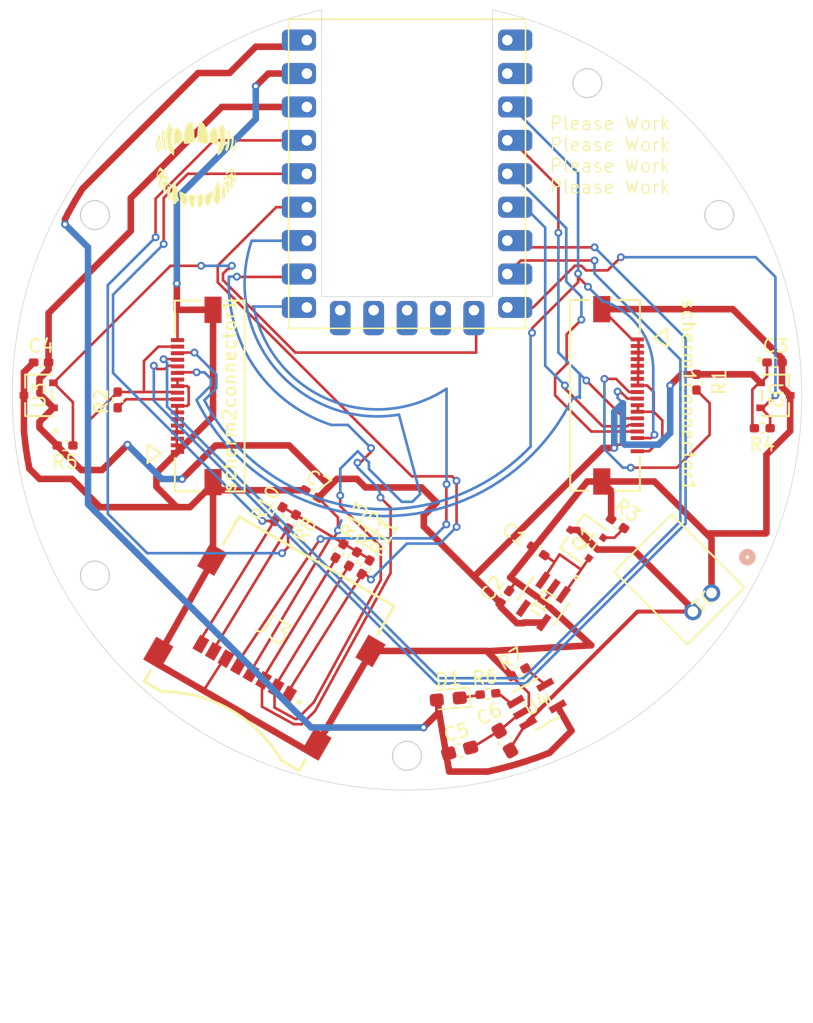
<source format=kicad_pcb>
(kicad_pcb (version 20240108) (generator "pcbnew") (generator_version "8.0")
  (layers (0 "F.Cu" signal) (31 "B.Cu" signal) (34 "B.Paste" user) (35 "F.Paste" user) (36 "B.SilkS" user "B.Silkscreen") (37 "F.SilkS" user "F.Silkscreen") (38 "B.Mask" user) (39 "F.Mask" user) (44 "Edge.Cuts" user))
  (net 0 "")
  (net 1 "GND")
  (net 2 "Net-(Q1-D)")
  (net 3 "+3.3V")
  (net 4 "+5V")
  (net 5 "Net-(Q1-S)")
  (net 6 "Net-(D1-K)")
  (net 7 "Net-(Q1-G)")
  (net 8 "Net-(R1-Pad1)")
  (net 9 "Net-(R2-Pad1)")
  (net 10 "Net-(RZ1-GP2)")
  (net 11 "Net-(U4-STAT)")
  (net 12 "Net-(U4-PROG)")
  (net 13 "Net-(J3-DAT0)")
  (net 14 "Net-(J3-DAT1)")
  (net 15 "Net-(J3-DAT2)")
  (net 16 "Net-(J3-CD{slash}DAT3)")
  (net 17 "Net-(J3-CMD)")
  (net 18 "Net-(RZ1-GP8)")
  (net 19 "Net-(J3-CLK)")
  (net 20 "Net-(RZ1-GP5)")
  (net 21 "Net-(RZ1-GP9)")
  (net 22 "Net-(RZ1-GP7)")
  (net 25 "Net-(RZ1-GP6)")
  (net 26 "Net-(RZ1-GP3)")
  (net 31 "Net-(RZ1-GP4)")
  (footprint "Capacitor_SMD:C_0402_1005Metric_Pad0.74x0.62mm_HandSolder" (layer "F.Cu") (at -7.25 7.5 -30)
    (property "Reference" "C7")
    (property "Value" "100nF")
  )
  (footprint "Capacitor_SMD:C_0603_1608Metric_Pad1.08x0.95mm_HandSolder" (layer "F.Cu") (at 7.43125 26.246947 120)
    (property "Reference" "C6")
    (property "Value" "4,7 μF")
  )
  (footprint "Resistor_SMD:R_0402_1005Metric_Pad0.72x0.64mm_HandSolder" (layer "F.Cu") (at -5.138002 11.825399 -120)
    (property "Reference" "R13")
    (property "Value" "10k")
  )
  (footprint "LED_SMD:LED_0603_1608Metric_Pad1.05x0.95mm_HandSolder" (layer "F.Cu") (at 3.12833 23.076261 -175)
    (property "Reference" "D1")
    (property "Value" "LED")
  )
  (footprint "ffc molex:CON_5051101892_MOL" (layer "F.Cu") (at -14.999999 0.049992 90)
    (property "Reference" "scherm2connector1")
    (property "Value" "5051101892")
  )
  (footprint "Resistor_SMD:R_0402_1005Metric_Pad0.72x0.64mm_HandSolder" (layer "F.Cu") (at 27 2.5 180)
    (property "Reference" "R4")
    (property "Value" "4,7k")
  )
  (footprint "micro sd card reader:GCT_MEM2067-02-180-00-A_REVB" (layer "F.Cu") (at -10.48506 18.880876 -30)
    (property "Reference" "J3")
    (property "Value" "MEM2067-02-180-00-A_REVB")
  )
  (footprint "RP2040-Zero-Kicad-main:RP2040-Zero" (layer "F.Cu") (at 0 -17.59)
    (property "Reference" "RZ1")
    (property "Value" "RP2040-Zero" (hide yes))
  )
  (footprint "Capacitor_SMD:C_0603_1608Metric_Pad1.08x0.95mm_HandSolder" (layer "F.Cu") (at 4 27 15)
    (property "Reference" "C5")
    (property "Value" "4,7 μF")
  )
  (footprint "Capacitor_SMD:C_0402_1005Metric_Pad0.74x0.62mm_HandSolder" (layer "F.Cu") (at 27.9325 -2.5 180)
    (property "Reference" "C3")
    (property "Value" "0.47 µF")
  )
  (footprint "Resistor_SMD:R_0402_1005Metric_Pad0.72x0.64mm_HandSolder" (layer "F.Cu") (at -4.114734 12.441026 -120)
    (property "Reference" "R12")
    (property "Value" "10k")
  )
  (footprint "mosfet:SOT-23F_TOS" (layer "F.Cu") (at 13.390707 10.914429 55)
    (property "Reference" "Q1")
    (property "Value" "PMOS (SSM3J372R)")
  )
  (footprint "Resistor_SMD:R_0402_1005Metric_Pad0.72x0.64mm_HandSolder" (layer "F.Cu") (at -3.149266 13.068482 -120)
    (property "Reference" "R11")
    (property "Value" "10k")
  )
  (footprint "hall sensor:SOT-23F_TOS" (layer "F.Cu") (at 28 0 -90)
    (property "Reference" "U2")
    (property "Value" "TCS40DLR")
  )
  (footprint "hall sensor:SOT-23F_TOS" (layer "F.Cu") (at -28 0 90)
    (property "Reference" "U3")
    (property "Value" "TCS40DLR")
  )
  (footprint "battery manager:SOT-23-5_MC_MCH" (layer "F.Cu") (at 9.853151 23.470425 30)
    (property "Reference" "U4")
    (property "Value" "MCP73831T-2ACI/OT")
  )
  (footprint "Resistor_SMD:R_0402_1005Metric_Pad0.72x0.64mm_HandSolder" (layer "F.Cu") (at -22 0.3475 90)
    (property "Reference" "R2")
    (property "Value" "10")
  )
  (footprint "Resistor_SMD:R_0402_1005Metric_Pad0.72x0.64mm_HandSolder" (layer "F.Cu") (at -8.748676 9.601407 -120)
    (property "Reference" "R8")
    (property "Value" "10k")
  )
  (footprint "Resistor_SMD:R_0402_1005Metric_Pad0.72x0.64mm_HandSolder" (layer "F.Cu") (at 22 -1 90)
    (property "Reference" "R1")
    (property "Value" "10")
  )
  (footprint "Capacitor_SMD:C_0402_1005Metric_Pad0.74x0.62mm_HandSolder" (layer "F.Cu") (at 7.433278 15.339833 55)
    (property "Reference" "C2")
    (property "Value" "1 μF")
  )
  (footprint "Capacitor_SMD:C_0402_1005Metric_Pad0.74x0.62mm_HandSolder" (layer "F.Cu") (at -27.8175 -2.5)
    (property "Reference" "C4")
    (property "Value" "0.47 µF")
  )
  (footprint "Resistor_SMD:R_0402_1005Metric_Pad0.72x0.64mm_HandSolder" (layer "F.Cu") (at -25.9975 3.81 180)
    (property "Reference" "R5")
    (property "Value" "4,7k")
  )
  (footprint "Resistor_SMD:R_0402_1005Metric_Pad0.72x0.64mm_HandSolder" (layer "F.Cu") (at 16 9.75 145)
    (property "Reference" "R3")
    (property "Value" "10k")
  )
  (footprint "Resistor_SMD:R_0402_1005Metric_Pad0.72x0.64mm_HandSolder" (layer "F.Cu") (at 8.48255 21.04875 30)
    (property "Reference" "R7")
    (property "Value" "2.8k")
  )
  (footprint "battery manager:SOT-23-5_MC_MCH" (layer "F.Cu") (at 10.356023 15.667977 -125)
    (property "Reference" "U1")
    (property "Value" "MIC5504-3.3YM5-TR")
  )
  (footprint "Capacitor_SMD:C_0402_1005Metric_Pad0.74x0.62mm_HandSolder" (layer "F.Cu") (at 9.964869 11.825505 145)
    (property "Reference" "C1")
    (property "Value" "1 μF")
  )
  (footprint "ffc molex:CON_5051101892_MOL" (layer "F.Cu") (at 15.05 0 -90)
    (property "Reference" "scherm1connector1")
    (property "Value" "5051101892")
  )
  (footprint "battery connector:CONN_S2B-PH-K-S_JST" (layer "F.Cu") (at 23.141592 15.023396 -135)
    (property "Reference" "J1")
    (property "Value" "S2B-PH-K-SLFSN")
  )
  (footprint "andotrope:teeth" (layer "F.Cu") (at -16 -17.5)
    (property "Reference" "G***" (hide yes))
    (property "Value" "LOGO" (hide yes))
  )
  (footprint "Resistor_SMD:R_0402_1005Metric_Pad0.72x0.64mm_HandSolder" (layer "F.Cu") (at -9.769445 9.027422 -120)
    (property "Reference" "R10")
    (property "Value" "10k")
  )
  (footprint "Resistor_SMD:R_0402_1005Metric_Pad0.72x0.64mm_HandSolder" (layer "F.Cu") (at 6.154774 22.697924 5)
    (property "Reference" "R6")
    (property "Value" "100")
  )
  (gr_line (start 7.75 27) (end 9 25) (stroke (width 0.2)) (layer "F.Cu") (net 5))
  (gr_line (start 10.356023 15.667977) (end 7.831336 13.846744) (stroke (width 0.5)) (layer "F.Cu") (net 1))
  (gr_line (start 5 26.75) (end 7 25.5) (stroke (width 0.2)) (layer "F.Cu") (net 1))
  (gr_line (start 5.25 -3.25) (end 5.25 -5.75) (stroke (width 0.2)) (layer "F.Cu") (net 21))
  (gr_line (start 12.5 25.5) (end 11.5 23.75) (stroke (width 0.5)) (layer "F.Cu") (net 4))
  (gr_line (start 5.75 22.75) (end 4 23) (stroke (width 0.2)) (layer "F.Cu") (net 6))
  (gr_line (start 7.758782 14.874964) (end 8.255236 14.164047) (stroke (width 0.2)) (layer "F.Cu") (net 1))
  (gr_line (start -13.791628 19.824408) (end -15.5 22.5) (stroke (width 0.2)) (layer "F.Cu") (net 1))
  (gr_line (start -5.25 10.25) (end -5.5 10.75) (stroke (width 0.2)) (layer "F.Cu") (net 3))
  (gr_line (start 17.6 -4.2) (end 17.55 -0.750001) (stroke (width 0.2)) (layer "F.Cu") (net 1))
  (gr_line (start 10.356023 15.667977) (end 13.999974 19.000029) (stroke (width 0.5)) (layer "F.Cu") (net 1))
  (gr_line (start 9 20.75) (end 10.5 22) (stroke (width 0.2)) (layer "F.Cu") (net 12))
  (gr_line (start -9.314387 8.579217) (end -2.691791 12.549888) (stroke (width 0.2)) (layer "F.Cu") (net 3))
  (gr_line (start -3.434818 13.613674) (end -9.18299 22.77115) (stroke (width 0.2)) (layer "F.Cu") (net 15))
  (gr_line (start 14 19) (end 6.045901 19.455081) (stroke (width 0.5)) (layer "F.Cu") (net 1))
  (gr_line (start 8 23.5) (end 6.75 22.5) (stroke (width 0.2)) (layer "F.Cu") (net 11))
  (gr_line (start -5.75618 10.717042) (end -11.925603 21.056458) (stroke (width 0.2)) (layer "F.Cu") (net 3))
  (gr_line (start 2.25 23) (end 3.2 28.6) (stroke (width 0.5)) (layer "F.Cu") (net 4))
  (gr_line (start 10.25 12) (end 11.197609 12.67343) (stroke (width 0.2)) (layer "F.Cu") (net 2))
  (gr_line (start 7 25.5) (end 8.5 24.25) (stroke (width 0.2)) (layer "F.Cu") (net 1))
  (gr_line (start 11.923908 15.109069) (end 13.854429 12.356381) (stroke (width 0.2)) (layer "F.Cu") (net 2))
  (gr_line (start -7 24) (end -1.25 13.5) (stroke (width 0.2)) (layer "F.Cu") (net 17))
  (gr_line (start 11.046231 14.803011) (end 10.356023 15.667977) (stroke (width 0.2)) (layer "F.Cu") (net 1))
  (gr_line (start -4.457336 12.991876) (end -10.111804 22.257881) (stroke (width 0.2)) (layer "F.Cu") (net 16))
  (gr_line (start -6.849125 27.423826) (end -19.335179 20.210722) (stroke (width 0.5)) (layer "F.Cu") (net 1))
  (gr_line (start 10.32084 14.06195) (end 11.587261 12.092687) (stroke (width 0.2)) (layer "F.Cu") (net 2))
  (gr_line (start -14.75 12.5) (end -19 20) (stroke (width 0.5)) (layer "F.Cu") (net 1))
  (gr_line (start 7.946597 13.729626) (end 13.688367 6.551646) (stroke (width 0.5)) (layer "F.Cu") (net 1))
  (gr_line (start -10.133964 9.629751) (end -15.837773 18.810296) (stroke (width 0.2)) (layer "F.Cu") (net 14))
  (gr_line (start -13 20.5) (end -6.5 10.75) (stroke (width 0.2)) (layer "F.Cu") (net 19))
  (gr_line (start 11.587261 12.092687) (end 13.227244 13.244997) (stroke (width 0.2)) (layer "F.Cu") (net 2))
  (gr_line (start -2.72288 19.496041) (end -6.785058 26.460143) (stroke (width 0.5)) (layer "F.Cu") (net 1))
  (gr_line (start -9.033786 10.035316) (end -14.688254 19.301321) (stroke (width 0.2)) (layer "F.Cu") (net 13))
  (gr_line (start -5.390349 12.37585) (end -11.044817 21.641856) (stroke (width 0.2)) (layer "F.Cu") (net 17))
  (gr_arc (start 9.388115 3.893087) (mid -3.91544 8.502665) (end -15.410307 0.372424) (stroke (width 0.2)) (layer "B.Cu") (net 10))
  (gr_line (start -0.605767 1.506421) (end 1 7.5) (stroke (width 0.2)) (layer "B.Cu") (net 16))
  (gr_arc (start -5.75 2.249999) (mid -11.546751 -2.067046) (end -13.543757 -9.013353) (stroke (width 0.2)) (layer "B.Cu") (net 17))
  (gr_line (start -5.25 10.25) (end -5 9.5) (stroke (width 0.2)) (layer "B.Cu") (net 3))
  (gr_line (start -11.749999 -6.75) (end -7.5 -6.75) (stroke (width 0.2)) (layer "B.Cu") (net 19))
  (gr_line (start 9.388115 -4.856913) (end 9.388115 3.893087) (stroke (width 0.2)) (layer "B.Cu") (net 10))
  (gr_line (start -11.812496 -11.75) (end -7.75 -11.75) (stroke (width 0.2)) (layer "B.Cu") (net 16))
  (gr_arc (start 3 -0.500001) (mid -6.010936 0.298741) (end -11.660495 -6.766487) (stroke (width 0.2)) (layer "B.Cu") (net 19))
  (gr_line (start 3 -0.500001) (end 3 6.75) (stroke (width 0.2)) (layer "B.Cu") (net 19))
  (gr_arc (start -0.612401 1.466047) (mid -9.954997 -1.97031) (end -11.812495 -11.75) (stroke (width 0.2)) (layer "B.Cu") (net 16))
  (gr_arc (start 6.49537 -29.29074) (mid 0.000805 30.002288) (end -6.496942 -29.290391) (stroke (width 0.05)) (layer "Edge.Cuts"))
  (gr_circle (center 13.700479 -23.729926) (end 14.800479 -23.729926) (stroke (width 0.1)) (fill none) (layer "Edge.Cuts"))
  (gr_circle (center -23.729926 13.700479) (end -22.629926 13.700479) (stroke (width 0.1)) (fill none) (layer "Edge.Cuts"))
  (gr_line (start -6.5 -7.5) (end 6.49537 -7.5) (stroke (width 0.05)) (layer "Edge.Cuts"))
  (gr_circle (center 23.729926 -13.700479) (end 24.829926 -13.700479) (stroke (width 0.1)) (fill none) (layer "Edge.Cuts"))
  (gr_circle (center -23.722943 -13.697282) (end -22.622943 -13.697282) (stroke (width 0.1)) (fill none) (layer "Edge.Cuts"))
  (gr_line (start -6.496942 -29.290391) (end -6.5 -7.5) (stroke (width 0.05)) (layer "Edge.Cuts"))
  (gr_circle (center 0 27.400958) (end 1.1 27.400958) (stroke (width 0.1)) (fill none) (layer "Edge.Cuts"))
  (gr_line (start 6.49537 -7.5) (end 6.49537 -29.29074) (stroke (width 0.05)) (layer "Edge.Cuts"))
  (gr_text "Please Work\nPlease Work\nPlease Work\nPlease Work" (at 10.75 -15.25 0) (layer "F.SilkS") (effects (font (size 1 1) (thickness 0.1)) (justify left bottom)))
  (segment (start 18.748528 -0.251472) (end 18.748528 1.25) (width 0.2) (layer "F.Cu") (net 1))
  (segment (start -27.94 6.35) (end -28.70871 5.58129) (width 0.5) (layer "F.Cu") (net 1))
  (segment (start -2.783014 19.43054) (end 6.04814 19.43054) (width 0.5) (layer "F.Cu") (net 1))
  (segment (start 29.123 2.708966) (end 27.315387 4.516579) (width 0.5) (layer "F.Cu") (net 1))
  (segment (start -28.857393 4.774458) (end -29.012556 3.717012) (width 0.5) (layer "F.Cu") (net 1))
  (segment (start 18.250002 -0.749998) (end 18.748528 -0.251472) (width 0.2) (layer "F.Cu") (net 1))
  (segment (start -16.699997 0.79999) (end -16.6 0.699993) (width 0.2) (layer "F.Cu") (net 1))
  (segment (start -17.449999 0.79999) (end -17.5 0.849991) (width 0.2) (layer "F.Cu") (net 1))
  (segment (start 22.75 10.5) (end 18.799992 6.549992) (width 0.5) (layer "F.Cu") (net 1))
  (segment (start -16.5 8.5) (end -23.332195 8.5) (width 0.5) (layer "F.Cu") (net 1))
  (segment (start -29.123 2.709195) (end -29.123 0) (width 0.5) (layer "F.Cu") (net 1))
  (segment (start -14.75 12.423435) (end -14.812106 12.485541) (width 0.5) (layer "F.Cu") (net 1))
  (segment (start -28.70871 5.58129) (end -28.857393 4.774458) (width 0.5) (layer "F.Cu") (net 1))
  (segment (start -17.449999 -4.20001) (end -17.449999 -6.449999) (width 0.2) (layer "F.Cu") (net 1))
  (segment (start 27.315387 4.516579) (end 27.315387 10.446472) (width 0.5) (layer "F.Cu") (net 1))
  (segment (start -14.75 -6.5) (end -14.75 1.599992) (width 0.5) (layer "F.Cu") (net 1))
  (segment (start 17.5 4.250002) (end 18.399997 4.250002) (width 0.2) (layer "F.Cu") (net 1))
  (segment (start 14.800001 -6.549992) (end 24.760008 -6.549992) (width 0.5) (layer "F.Cu") (net 1))
  (segment (start -14.75 6.599984) (end -14.75 6.75) (width 0.5) (layer "F.Cu") (net 1))
  (segment (start -17.5 0.849991) (end -17.5 4.24999) (width 0.2) (layer "F.Cu") (net 1))
  (segment (start 17.55 0.749998) (end 17.55 1.25) (width 0.2) (layer "F.Cu") (net 1))
  (segment (start 17.5 -0.749998) (end 18.250002 -0.749998) (width 0.2) (layer "F.Cu") (net 1))
  (segment (start -29.012556 3.717012) (end -29.123 2.709195) (width 0.5) (layer "F.Cu") (net 1))
  (segment (start 8.731302 24.118125) (end 9.255224 23.594203) (width 0.2) (layer "F.Cu") (net 1))
  (segment (start 24.760008 -6.549992) (end 28.5 -2.81) (width 0.5) (layer "F.Cu") (net 1))
  (segment (start 23.141592 10.891592) (end 22.75 10.5) (width 0.5) (layer "F.Cu") (net 1))
  (segment (start 27.261859 10.5) (end 22.75 10.5) (width 0.5) (layer "F.Cu") (net 1))
  (segment (start 15.510557 9.407288) (end 15.510557 7.260548) (width 0.5) (layer "F.Cu") (net 1))
  (segment (start 18.399997 4.250002) (end 19.40147 3.248529) (width 0.2) (layer "F.Cu") (net 1))
  (segment (start -17.449999 0.79999) (end -16.699997 0.79999) (width 0.2) (layer "F.Cu") (net 1))
  (segment (start -29.123 0) (end -29.123 -1.762) (width 0.5) (layer "F.Cu") (net 1))
  (segment (start -14.75 6.599984) (end -14.75 12.423435) (width 0.5) (layer "F.Cu") (net 1))
  (segment (start 27.315387 10.446472) (end 27.261859 10.5) (width 0.5) (layer "F.Cu") (net 1))
  (segment (start 19.40147 1.902942) (end 18.748528 1.25) (width 0.2) (layer "F.Cu") (net 1))
  (segment (start 19.40147 3.248529) (end 19.40147 1.902942) (width 0.2) (layer "F.Cu") (net 1))
  (segment (start 13.700008 6.549992) (end 14.800001 6.549992) (width 0.5) (layer "F.Cu") (net 1))
  (segment (start 17.5 -4.249999) (end 17.099994 -4.249999) (width 0.2) (layer "F.Cu") (net 1))
  (segment (start -14.75 6.599984) (end -14.133734 7.21625) (width 0.5) (layer "F.Cu") (net 1))
  (segment (start 28.5 -2.81) (end 28.5 -2.5) (width 0.5) (layer "F.Cu") (net 1))
  (segment (start 9.255224 23.594203) (end 9.255224 22.637624) (width 0.2) (layer "F.Cu") (net 1))
  (segment (start -17.449999 -0.700009) (end -17.449999 -1.200008) (width 0.2) (layer "F.Cu") (net 1))
  (segment (start -23.332195 8.5) (end -25.482195 6.35) (width 0.5) (layer "F.Cu") (net 1))
  (segment (start -19.05 5.899992) (end -19.05 6.95) (width 0.5) (layer "F.Cu") (net 1))
  (segment (start 23.141592 15.023396) (end 23.141592 10.891592) (width 0.5) (layer "F.Cu") (net 1))
  (segment (start 18.799992 6.549992) (end 14.800001 6.549992) (width 0.5) (layer "F.Cu") (net 1))
  (segment (start -14.75 6.75) (end -16.5 8.5) (width 0.5) (layer "F.Cu") (net 1))
  (segment (start -25.482195 6.35) (end -27.94 6.35) (width 0.5) (layer "F.Cu") (net 1))
  (segment (start -17.5 4.24999) (end -17.449999 4.299991) (width 0.2) (layer "F.Cu") (net 1))
  (segment (start -10.54 -24.46) (end -7.62 -24.46) (width 0.5) (layer "F.Cu") (net 1))
  (segment (start -17.5 -6.5) (end -14.75 -6.5) (width 0.5) (layer "F.Cu") (net 1))
  (segment (start 15.510557 7.260548) (end 14.800001 6.549992) (width 0.5) (layer "F.Cu") (net 1))
  (segment (start -19.05 6.95) (end -17.5 8.5) (width 0.5) (layer "F.Cu") (net 1))
  (segment (start 6.04814 19.43054) (end 7.9651 21.3475) (width 0.5) (layer "F.Cu") (net 1))
  (segment (start -16.699998 -0.700009) (end -17.449999 -0.700009) (width 0.2) (layer "F.Cu") (net 1))
  (segment (start -11.5 -23.5) (end -10.54 -24.46) (width 0.5) (layer "F.Cu") (net 1))
  (segment (start -17.449999 -6.449999) (end -17.5 -6.5) (width 0.2) (layer "F.Cu") (net 1))
  (segment (start 29.123 0) (end 29.123 2.708966) (width 0.5) (layer "F.Cu") (net 1))
  (segment (start 28.5 -2.5) (end 28.5 -0.623) (width 0.5) (layer "F.Cu") (net 1))
  (segment (start -29.123 -1.762) (end -28.385 -2.5) (width 0.5) (layer "F.Cu") (net 1))
  (segment (start 17.5 1.25) (end 18.748528 1.25) (width 0.2) (layer "F.Cu") (net 1))
  (segment (start -16.6 -0.600011) (end -16.699998 -0.700009) (width 0.2) (layer "F.Cu") (net 1))
  (segment (start 9.255224 22.637624) (end 7.9651 21.3475) (width 0.2) (layer "F.Cu") (net 1))
  (segment (start -16.6 0.699993) (end -16.6 -0.600011) (width 0.2) (layer "F.Cu") (net 1))
  (segment (start 28.5 -0.623) (end 29.123 0) (width 0.5) (layer "F.Cu") (net 1))
  (segment (start -14.133734 7.21625) (end -7.741469 7.21625) (width 0.5) (layer "F.Cu") (net 1))
  (segment (start 17.099994 -4.249999) (end 14.800001 -6.549992) (width 0.2) (layer "F.Cu") (net 1))
  (segment (start -17.5 -8.5) (end -17.5 -6.5) (width 0.5) (layer "F.Cu") (net 1))
  (segment (start -14.75 1.599992) (end -19.05 5.899992) (width 0.5) (layer "F.Cu") (net 1))
  (via (at -17.5 -8.5) (size 0.6) (drill 0.3) (layers "F.Cu" "B.Cu") (net 1))
  (via (at -11.5 -23.5) (size 0.6) (drill 0.3) (layers "F.Cu" "B.Cu") (net 1))
  (segment (start -11.5 -23.5) (end -11.5 -21) (width 0.5) (layer "B.Cu") (net 1))
  (segment (start -17.5 -15) (end -17.5 -8.5) (width 0.5) (layer "B.Cu") (net 1))
  (segment (start -11.5 -21) (end -17.5 -15) (width 0.5) (layer "B.Cu") (net 1))
  (segment (start -3.81 6.35) (end -5.324781 6.35) (width 0.5) (layer "F.Cu") (net 3))
  (segment (start -14.547964 3.81) (end -8.964781 3.81) (width 0.5) (layer "F.Cu") (net 3))
  (segment (start -5.324781 6.35) (end -5.874781 6.9) (width 0.5) (layer "F.Cu") (net 3))
  (segment (start 27.365 -1.438001) (end 26.877 -0.950001) (width 0.2) (layer "F.Cu") (net 3))
  (segment (start 8.897348 17.274005) (end 8.850489 17.320864) (width 0.5) (layer "F.Cu") (net 3))
  (segment (start -22 -0.25) (end -20 -0.25) (width 0.2) (layer "F.Cu") (net 3))
  (segment (start -21.25 3.75) (end -23.1775 5.6775) (width 0.5) (layer "F.Cu") (net 3))
  (segment (start -26.595 3.81) (end -27.94 2.465) (width 0.5) (layer "F.Cu") (net 3))
  (segment (start -17.449999 -3.700008) (end -18.907491 -3.700008) (width 0.2) (layer "F.Cu") (net 3))
  (segment (start 7.107773 15.804701) (end 5.026536 13.723464) (width 0.5) (layer "F.Cu") (net 3))
  (segment (start 5.026536 13.723464) (end 1.27 9.966928) (width 0.5) (layer "F.Cu") (net 3))
  (segment (start -27.94 -0.112999) (end -26.877 0.950001) (width 0.5) (layer "F.Cu") (net 3))
  (segment (start -5.874781 6.9) (end -6.758531 7.78375) (width 0.5) (layer "F.Cu") (net 3))
  (segment (start 2.25 8.15) (end 1.1 7) (width 0.5) (layer "F.Cu") (net 3))
  (segment (start 8.352943 17.320864) (end 7.107773 16.075694) (width 0.5) (layer "F.Cu") (net 3))
  (segment (start -21 -15) (end -21 -12.5) (width 0.5) (layer "F.Cu") (net 3))
  (segment (start 1.1 7) (end -3.16 7) (width 0.5) (layer "F.Cu") (net 3))
  (segment (start -27.25 -2.5) (end -27.25 -1.96) (width 0.5) (layer "F.Cu") (net 3))
  (segment (start -3.16 7) (end -3.81 6.35) (width 0.5) (layer "F.Cu") (net 3))
  (segment (start 15.75 4) (end 16 3.75) (width 0.2) (layer "F.Cu") (net 3))
  (segment (start -26.595 3.839604) (end -26.595 3.81) (width 0.5) (layer "F.Cu") (net 3))
  (segment (start 5.153096 13.723464) (end 5.026536 13.723464) (width 0.2) (layer "F.Cu") (net 3))
  (segment (start -6.758531 7.78375) (end -5.254995 9.287286) (width 0.2) (layer "F.Cu") (net 3))
  (segment (start -27.25 -1.96) (end -27.94 -1.27) (width 0.5) (layer "F.Cu") (net 3))
  (segment (start -24.7275 5.6775) (end -24.757104 5.6775) (width 0.5) (layer "F.Cu") (net 3))
  (segment (start 1.27 9.13) (end 2.25 8.15) (width 0.5) (layer "F.Cu") (net 3))
  (segment (start -17.099316 6.361352) (end -14.547964 3.81) (width 0.5) (layer "F.Cu") (net 3))
  (segment (start 14.87656 4) (end 5.153096 13.723464) (width 0.5) (layer "F.Cu") (net 3))
  (segment (start 1.27 9.966928) (end 1.27 9.13) (width 0.5) (layer "F.Cu") (net 3))
  (segment (start 16 3.75) (end 17.5 3.75) (width 0.2) (layer "F.Cu") (net 3))
  (segment (start -27.94 -1.27) (end -27.94 -0.112999) (width 0.5) (layer "F.Cu") (net 3))
  (segment (start 16.750002 0.250002) (end 17.5 0.250002) (width 0.2) (layer "F.Cu") (net 3))
  (segment (start 7.107773 16.075694) (end 7.107773 15.804702) (width 0.5) (layer "F.Cu") (net 3))
  (segment (start -27.25 -6.25) (end -27.25 -2.5) (width 0.5) (layer "F.Cu") (net 3))
  (segment (start 7.107773 15.804702) (end 7.107773 15.804701) (width 0.5) (layer "F.Cu") (net 3))
  (segment (start -23.1775 5.6775) (end -24.7275 5.6775) (width 0.5) (layer "F.Cu") (net 3))
  (segment (start 26.229501 -1.5975) (end 26.877 -0.950001) (width 0.5) (layer "F.Cu") (net 3))
  (segment (start 8.850489 17.320864) (end 8.352943 17.320864) (width 0.5) (layer "F.Cu") (net 3))
  (segment (start -17.499989 -0.25) (end -17.449999 -0.20001) (width 0.2) (layer "F.Cu") (net 3))
  (segment (start -14.08 -21.92) (end -21 -15) (width 0.5) (layer "F.Cu") (net 3))
  (segment (start -24.13 1.88) (end -24.13 5.6775) (width 0.2) (layer "F.Cu") (net 3))
  (segment (start 15.75 4) (end 14.87656 4) (width 0.5) (layer "F.Cu") (net 3))
  (segment (start 26.2468 -0.437424) (end 26.2468 2.3443) (width 0.2) (layer "F.Cu") (net 3))
  (segment (start 10.391207 17.274005) (end 8.897348 17.274005) (width 0.5) (layer "F.Cu") (net 3))
  (segment (start -5.254995 9.287286) (end -5.254995 10.268938) (width 0.2) (layer "F.Cu") (net 3))
  (segment (start 16.212996 -0.287004) (end 16.750002 0.250002) (width 0.2) (layer "F.Cu") (net 3))
  (segment (start 26.756757 -0.947381) (end 26.2468 -0.437424) (width 0.2) (layer "F.Cu") (net 3))
  (segment (start -21 -12.5) (end -27.25 -6.25) (width 0.5) (layer "F.Cu") (net 3))
  (segment (start -7.62 -21.92) (end -14.08 -21.92) (width 0.5) (layer "F.Cu") (net 3))
  (segment (start -24.757104 5.6775) (end -26.595 3.839604) (width 0.5) (layer "F.Cu") (net 3))
  (segment (start -22 -0.25) (end -24.13 1.88) (width 0.2) (layer "F.Cu") (net 3))
  (segment (start -8.964781 3.81) (end -5.874781 6.9) (width 0.5) (layer "F.Cu") (net 3))
  (segment (start -20 -0.25) (end -17.499989 -0.25) (width 0.2) (layer "F.Cu") (net 3))
  (segment (start -27.94 2.013001) (end -26.877 0.950001) (width 0.5) (layer "F.Cu") (net 3))
  (segment (start 20.8475 -1.5975) (end 26.229501 -1.5975) (width 0.5) (layer "F.Cu") (net 3))
  (segment (start -20 -2.607499) (end -20 -0.25) (width 0.2) (layer "F.Cu") (net 3))
  (segment (start 20 -0.75) (end 20.8475 -1.5975) (width 0.5) (layer "F.Cu") (net 3))
  (segment (start 27.365 -2.5) (end 27.365 -1.438001) (width 0.2) (layer "F.Cu") (net 3))
  (segment (start 16 -0.287004) (end 16.212996 -0.287004) (width 0.2) (layer "F.Cu") (net 3))
  (segment (start -27.94 2.465) (end -27.94 2.013001) (width 0.5) (layer "F.Cu") (net 3))
  (segment (start -18.907491 -3.700008) (end -20 -2.607499) (width 0.2) (layer "F.Cu") (net 3))
  (via (at 15.75 4) (size 0.6) (drill 0.3) (layers "F.Cu" "B.Cu") (net 3))
  (via (at 16 -0.287004) (size 0.6) (drill 0.3) (layers "F.Cu" "B.Cu") (net 3))
  (via (at 20 -0.75) (size 0.6) (drill 0.3) (layers "F.Cu" "B.Cu") (net 3))
  (via (at -21.25 3.75) (size 0.6) (drill 0.3) (layers "F.Cu" "B.Cu") (net 3))
  (via (at -17.099316 6.361352) (size 0.6) (drill 0.3) (layers "F.Cu" "B.Cu") (net 3))
  (via (at -5.254995 10.268938) (size 0.6) (drill 0.3) (layers "F.Cu" "B.Cu") (net 3))
  (segment (start 16 -0.287004) (end 16 0.19853) (width 0.2) (layer "B.Cu") (net 3))
  (segment (start 16.400735 3.6) (end 16.400735 0.599265) (width 0.5) (layer "B.Cu") (net 3))
  (segment (start -17.099316 6.361352) (end -18.638648 6.361352) (width 0.5) (layer "B.Cu") (net 3))
  (segment (start 16.550735 3.75) (end 16.400735 3.6) (width 0.5) (layer "B.Cu") (net 3))
  (segment (start 16 0.19853) (end 16.400735 0.599265) (width 0.2) (layer "B.Cu") (net 3))
  (segment (start 16.400735 0.599265) (end 15.75 1.25) (width 0.5) (layer "B.Cu") (net 3))
  (segment (start 20 -0.75) (end 20 2.862131) (width 0.5) (layer "B.Cu") (net 3))
  (segment (start 20 2.862131) (end 19.112131 3.75) (width 0.5) (layer "B.Cu") (net 3))
  (segment (start 15.75 1.25) (end 15.75 4) (width 0.5) (layer "B.Cu") (net 3))
  (segment (start 19.112131 3.75) (end 16.550735 3.75) (width 0.5) (layer "B.Cu") (net 3))
  (segment (start -18.638648 6.361352) (end -21.25 3.75) (width 0.5) (layer "B.Cu") (net 3))
  (segment (start -13.5 -24.5) (end -11.5 -26.5) (width 0.5) (layer "F.Cu") (net 4))
  (segment (start 1.25 25.25) (end 2.37833 24.12167) (width 0.5) (layer "F.Cu") (net 4))
  (segment (start -25.755642 -13.863315) (end -25.695906 -13.969596) (width 0.5) (layer "F.Cu") (net 4))
  (segment (start -25.695906 -13.969596) (end -25.23198 -14.794993) (width 0.5) (layer "F.Cu") (net 4))
  (segment (start 12.5 25.5) (end 10.83221 27.16779) (width 0.5) (layer "F.Cu") (net 4))
  (segment (start 7.917068 28.157852) (end 6.883029 28.428305) (width 0.5) (layer "F.Cu") (net 4))
  (segment (start -24.674618 -15.706935) (end -15.881553 -24.5) (width 0.5) (layer "F.Cu") (net 4))
  (segment (start 6.883029 28.428305) (end 6.112615 28.6) (width 0.5) (layer "F.Cu") (net 4))
  (segment (start -26 -13) (end -26 -13.388765) (width 0.5) (layer "F.Cu") (net 4))
  (segment (start 6.112615 28.6) (end 3.2 28.6) (width 0.5) (layer "F.Cu") (net 4))
  (segment (start -15.881553 -24.5) (end -13.5 -24.5) (width 0.5) (layer "F.Cu") (net 4))
  (segment (start -8.12 -26.5) (end -7.62 -27) (width 0.5) (layer "F.Cu") (net 4))
  (segment (start 9.951947 27.504606) (end 8.940472 27.849821) (width 0.5) (layer "F.Cu") (net 4))
  (segment (start -25.23198 -14.794993) (end -24.674618 -15.706935) (width 0.5) (layer "F.Cu") (net 4))
  (segment (start -11.5 -26.5) (end -8.12 -26.5) (width 0.5) (layer "F.Cu") (net 4))
  (segment (start 8.940472 27.849821) (end 7.917068 28.157852) (width 0.5) (layer "F.Cu") (net 4))
  (segment (start -26 -13.388765) (end -25.755642 -13.863315) (width 0.5) (layer "F.Cu") (net 4))
  (segment (start 2.37833 24.12167) (end 2.37833 23.076261) (width 0.5) (layer "F.Cu") (net 4))
  (segment (start 10.83221 27.16779) (end 9.951947 27.504606) (width 0.5) (layer "F.Cu") (net 4))
  (via (at 1.25 25.25) (size 0.6) (drill 0.3) (layers "F.Cu" "B.Cu") (net 4))
  (via (at -26 -13) (size 0.6) (drill 0.3) (layers "F.Cu" "B.Cu") (net 4))
  (segment (start -24.25 8.277818) (end -7.277818 25.25) (width 0.5) (layer "B.Cu") (net 4))
  (segment (start -24.25 -11.25) (end -24.25 8.277818) (width 0.5) (layer "B.Cu") (net 4))
  (segment (start -26 -13) (end -24.25 -11.25) (width 0.5) (layer "B.Cu") (net 4))
  (segment (start -7.277818 25.25) (end 1.25 25.25) (width 0.5) (layer "B.Cu") (net 4))
  (segment (start 21.727378 16.43761) (end 17.644884 16.43761) (width 0.3) (layer "F.Cu") (net 5))
  (segment (start 9.206302 24.750988) (end 9.206302 24.876192) (width 0.3) (layer "F.Cu") (net 5))
  (segment (start 21.727378 16.43761) (end 21.727378 16.262838) (width 0.5) (layer "F.Cu") (net 5))
  (segment (start 12.979694 10.229694) (end 12.412803 10.229694) (width 0.5) (layer "F.Cu") (net 5))
  (segment (start 21.727378 16.262838) (end 17.188147 11.723607) (width 0.5) (layer "F.Cu") (net 5))
  (segment (start 17.644884 16.43761) (end 17.51968 16.43761) (width 0.3) (layer "F.Cu") (net 5))
  (segment (start 21.727378 16.43761) (end 21.609182 16.43761) (width 0.5) (layer "F.Cu") (net 5))
  (segment (start 21.609182 16.43761) (end 21.335786 16.164214) (width 0.5) (layer "F.Cu") (net 5))
  (segment (start 14.473607 11.723607) (end 12.979694 10.229694) (width 0.5) (layer "F.Cu") (net 5))
  (segment (start 17.188147 11.723607) (end 14.473607 11.723607) (width 0.5) (layer "F.Cu") (net 5))
  (segment (start 17.51968 16.43761) (end 9.206302 24.750988) (width 0.3) (layer "F.Cu") (net 5))
  (segment (start 15.761186 10.820969) (end 16.489443 10.092712) (width 0.2) (layer "F.Cu") (net 7))
  (segment (start 14.91351 10.820969) (end 15.761186 10.820969) (width 0.2) (layer "F.Cu") (net 7))
  (segment (start 23 3) (end 23 0.5975) (width 0.2) (layer "F.Cu") (net 8))
  (segment (start 20.5 5.5) (end 23 3) (width 0.2) (layer "F.Cu") (net 8))
  (segment (start 16.885533 -0.25) (end 17.5 -0.25) (width 0.2) (layer "F.Cu") (net 8))
  (segment (start 15 -1.25) (end 15.885533 -1.25) (width 0.2) (layer "F.Cu") (net 8))
  (segment (start 23 0.5975) (end 22 -0.4025) (width 0.2) (layer "F.Cu") (net 8))
  (segment (start 15.885533 -1.25) (end 16.885533 -0.25) (width 0.2) (layer "F.Cu") (net 8))
  (segment (start 17 5.5) (end 20.5 5.5) (width 0.2) (layer "F.Cu") (net 8))
  (via (at 15 -1.25) (size 0.6) (drill 0.3) (layers "F.Cu" "B.Cu") (net 8))
  (via (at 17 5.5) (size 0.6) (drill 0.3) (layers "F.Cu" "B.Cu") (net 8))
  (segment (start 15 -1.25) (end 15 4.098529) (width 0.2) (layer "B.Cu") (net 8))
  (segment (start 15 4.098529) (end 16.401471 5.5) (width 0.2) (layer "B.Cu") (net 8))
  (segment (start 16.401471 5.5) (end 17 5.5) (width 0.2) (layer "B.Cu") (net 8))
  (segment (start -22 0.945) (end -21.354992 0.299992) (width 0.2) (layer "F.Cu") (net 9))
  (segment (start -21.354992 0.299992) (end -17.449999 0.299992) (width 0.2) (layer "F.Cu") (net 9))
  (segment (start 18.80147 3) (end 18.551471 3.249999) (width 0.2) (layer "F.Cu") (net 10))
  (segment (start 18.551471 3.249999) (end 17.55 3.249999) (width 0.2) (layer "F.Cu") (net 10))
  (segment (start 13.75 -8.25) (end 13 -9) (width 0.2) (layer "F.Cu") (net 10))
  (segment (start 9.5 -4.75) (end 9.5 -5.094836) (width 0.2) (layer "F.Cu") (net 10))
  (segment (start 13 -8.594836) (end 13 -9.25) (width 0.2) (layer "F.Cu") (net 10))
  (segment (start -17.55 -3.249999) (end -16.162467 -3.249999) (width 0.2) (layer "F.Cu") (net 10))
  (segment (start -16.162467 -3.249999) (end -16.162437 -3.249969) (width 0.2) (layer "F.Cu") (net 10))
  (segment (start 13 -9) (end 13 -9.25) (width 0.2) (layer "F.Cu") (net 10))
  (segment (start 9.5 -5.094836) (end 13 -8.594836) (width 0.2) (layer "F.Cu") (net 10))
  (via (at 13 -9.25) (size 0.6) (drill 0.3) (layers "F.Cu" "B.Cu") (net 10))
  (via (at 13.75 -8.25) (size 0.6) (drill 0.3) (layers "F.Cu" "B.Cu") (net 10))
  (via (at 9.5 -4.75) (size 0.6) (drill 0.3) (layers "F.Cu" "B.Cu") (net 10))
  (via (at -16.162437 -3.249969) (size 0.6) (drill 0.3) (layers "F.Cu" "B.Cu") (net 10))
  (via (at 18.80147 3) (size 0.6) (drill 0.3) (layers "F.Cu" "B.Cu") (net 10))
  (segment (start 15.197198 -7.064749) (end 15.077579 -7.111569) (width 0.2) (layer "B.Cu") (net 10))
  (segment (start 14.888431 -7.111569) (end 13.75 -8.25) (width 0.2) (layer "B.Cu") (net 10))
  (segment (start 13 -9.25) (end 13 -16.88995) (width 0.2) (layer "B.Cu") (net 10))
  (segment (start -14.5 -0.537883) (end -14.5 -1.587532) (width 0.2) (layer "B.Cu") (net 10))
  (segment (start 13 -16.88995) (end 7.96995 -21.92) (width 0.2) (layer "B.Cu") (net 10))
  (segment (start -15.410307 0.372424) (end -14.5 -0.537883) (width 0.2) (layer "B.Cu") (net 10))
  (segment (start 18.712815 2.911345) (end 18.712815 -1.913381) (width 0.2) (layer "B.Cu") (net 10))
  (segment (start 15.077579 -7.111569) (end 14.888431 -7.111569) (width 0.2) (layer "B.Cu") (net 10))
  (segment (start 18.80147 3) (end 18.712815 2.911345) (width 0.2) (layer "B.Cu") (net 10))
  (segment (start -14.5 -1.587532) (end -16.162437 -3.249969) (width 0.2) (layer "B.Cu") (net 10))
  (arc (start 18.712815 -1.913381) (mid 17.750149 -5.03172) (end 15.197198 -7.064749) (width 0.2) (layer "B.Cu") (net 10))
  (segment (start -9.047426 10.118857) (end -9.047426 11.547426) (width 0.2) (layer "F.Cu") (net 13))
  (segment (start -19.114579 -14.951107) (end -14.685686 -19.38) (width 0.2) (layer "F.Cu") (net 13))
  (segment (start -9.047426 11.547426) (end -9.5 12) (width 0.2) (layer "F.Cu") (net 13))
  (segment (start -19.114579 -12.012149) (end -19.114579 -14.951107) (width 0.2) (layer "F.Cu") (net 13))
  (segment (start -14.685686 -19.38) (end -7.62 -19.38) (width 0.2) (layer "F.Cu") (net 13))
  (via (at -19.114579 -12.012149) (size 0.6) (drill 0.3) (layers "F.Cu" "B.Cu") (net 13))
  (via (at -9.5 12) (size 0.6) (drill 0.3) (layers "F.Cu" "B.Cu") (net 13))
  (segment (start -19.75 12) (end -9.5 12) (width 0.2) (layer "B.Cu") (net 13))
  (segment (start -22.75 -8.376728) (end -22.75 9) (width 0.2) (layer "B.Cu") (net 13))
  (segment (start -22.75 9) (end -19.75 12) (width 0.2) (layer "B.Cu") (net 13))
  (segment (start -19.114579 -12.012149) (end -22.75 -8.376728) (width 0.2) (layer "B.Cu") (net 13))
  (segment (start -18.5 -15) (end -16.66 -16.84) (width 0.2) (layer "F.Cu") (net 14))
  (segment (start -18.5 -11.5) (end -18.5 -15) (width 0.2) (layer "F.Cu") (net 14))
  (segment (start -16.66 -16.84) (end -7.62 -16.84) (width 0.2) (layer "F.Cu") (net 14))
  (segment (start -11 9.544872) (end -10.068195 9.544872) (width 0.2) (layer "F.Cu") (net 14))
  (via (at -11 9.544872) (size 0.6) (drill 0.3) (layers "F.Cu" "B.Cu") (net 14))
  (via (at -18.5 -11.5) (size 0.6) (drill 0.3) (layers "F.Cu" "B.Cu") (net 14))
  (segment (start -11.106599 9.544872) (end -11 9.544872) (width 0.2) (layer "B.Cu") (net 14))
  (segment (start -22.35 -7.65) (end -22.35 -1.698529) (width 0.2) (layer "B.Cu") (net 14))
  (segment (start -22.35 -1.698529) (end -11.106599 9.544872) (width 0.2) (layer "B.Cu") (net 14))
  (segment (start -18.5 -11.5) (end -22.35 -7.65) (width 0.2) (layer "B.Cu") (net 14))
  (segment (start 0.354673 6.158169) (end -14.390439 -8.586943) (width 0.2) (layer "F.Cu") (net 15))
  (segment (start -3.164068 13.585932) (end -2.75 14) (width 0.2) (layer "F.Cu") (net 15))
  (segment (start 3.763188 6.500655) (end 3.763188 10.003182) (width 0.2) (layer "F.Cu") (net 15))
  (segment (start -14.390439 -9.859561) (end -9.95 -14.3) (width 0.2) (layer "F.Cu") (net 15))
  (segment (start -14.390439 -8.586943) (end -14.390439 -9.859561) (width 0.2) (layer "F.Cu") (net 15))
  (segment (start 3.759313 6.49678) (end 3.420702 6.158169) (width 0.2) (layer "F.Cu") (net 15))
  (segment (start -9.95 -14.3) (end -7.62 -14.3) (width 0.2) (layer "F.Cu") (net 15))
  (segment (start 3.759313 6.49678) (end 3.763188 6.500655) (width 0.2) (layer "F.Cu") (net 15))
  (segment (start 3.420702 6.158169) (end 0.354673 6.158169) (width 0.2) (layer "F.Cu") (net 15))
  (segment (start -3.448016 13.585932) (end -3.164068 13.585932) (width 0.2) (layer "F.Cu") (net 15))
  (via (at -2.75 14) (size 0.6) (drill 0.3) (layers "F.Cu" "B.Cu") (net 15))
  (via (at 3.759313 6.49678) (size 0.6) (drill 0.3) (layers "F.Cu" "B.Cu") (net 15))
  (via (at 3.763188 10.003182) (size 0.6) (drill 0.3) (layers "F.Cu" "B.Cu") (net 15))
  (segment (start -0.018938 11.268938) (end 2.497432 11.268938) (width 0.2) (layer "B.Cu") (net 15))
  (segment (start 2.497432 11.268938) (end 3.763188 10.003182) (width 0.2) (layer "B.Cu") (net 15))
  (segment (start -2.75 14) (end -0.018938 11.268938) (width 0.2) (layer "B.Cu") (net 15))
  (segment (start -5.08 7.62) (end -5.08 8.42) (width 0.2) (layer "F.Cu") (net 16))
  (segment (start -8.823357 24.423292) (end -10.074241 23.733876) (width 0.2) (layer "F.Cu") (net 16))
  (segment (start -2 11.5) (end -2 14.036777) (width 0.2) (layer "F.Cu") (net 16))
  (segment (start -2 14.036777) (end -7.100217 23.350217) (width 0.2) (layer "F.Cu") (net 16))
  (segment (start -8.35 24.6) (end -8.502735 24.6) (width 0.2) (layer "F.Cu") (net 16))
  (segment (start -8.823356 24.423292) (end -8.823357 24.423292) (width 0.2) (layer "F.Cu") (net 16))
  (segment (start -5.08 8.42) (end -2 11.5) (width 0.2) (layer "F.Cu") (net 16))
  (segment (start -8.502735 24.6) (end -8.823356 24.423292) (width 0.2) (layer "F.Cu") (net 16))
  (segment (start -10.074241 23.733876) (end -10.074241 22.184743) (width 0.2) (layer "F.Cu") (net 16))
  (segment (start -7.100217 23.350217) (end -8.35 24.6) (width 0.2) (layer "F.Cu") (net 16))
  (via (at -5.08 7.62) (size 0.6) (drill 0.3) (layers "F.Cu" "B.Cu") (net 16))
  (segment (start -2.9 5.1) (end -2.9 5.6) (width 0.2) (layer "B.Cu") (net 16))
  (segment (start -5.08 5.58) (end -3.75 4.25) (width 0.2) (layer "B.Cu") (net 16))
  (segment (start -0.407848 8.092152) (end 0.407848 8.092152) (width 0.2) (layer "B.Cu") (net 16))
  (segment (start 0.407848 8.092152) (end 1 7.5) (width 0.2) (layer "B.Cu") (net 16))
  (segment (start -5.08 7.62) (end -5.08 5.58) (width 0.2) (layer "B.Cu") (net 16))
  (segment (start -2.9 5.6) (end -0.407848 8.092152) (width 0.2) (layer "B.Cu") (net 16))
  (segment (start -3.75 4.25) (end -2.9 5.1) (width 0.2) (layer "B.Cu") (net 16))
  (segment (start -12.918258 -9.001157) (end -7.838843 -9.001157) (width 0.2) (layer "F.Cu") (net 17))
  (segment (start -2.021373 7.771371) (end -1.25189 8.540854) (width 0.2) (layer "F.Cu") (net 17))
  (segment (start -11.02687 23.665571) (end -8.605665 25) (width 0.2) (layer "F.Cu") (net 17))
  (segment (start -1.25189 13.49811) (end -1.25 13.5) (width 0.2) (layer "F.Cu") (net 17))
  (segment (start -1.25189 8.540854) (end -1.25189 13.49811) (width 0.2) (layer "F.Cu") (net 17))
  (segment (start -12.939043 -9.021942) (end -12.918258 -9.001157) (width 0.2) (layer "F.Cu") (net 17))
  (segment (start -2.74 4.01) (end -2.74 4.299094) (width 0.2) (layer "F.Cu") (net 17))
  (segment (start -8 25) (end -8.605665 25) (width 0.2) (layer "F.Cu") (net 17))
  (segment (start -11.02687 23.665571) (end -11.02687 21.634744) (width 0.2) (layer "F.Cu") (net 17))
  (segment (start -2.74 4.299094) (end -3.560171 5.119265) (width 0.2) (layer "F.Cu") (net 17))
  (segment (start -6.994785 23.994785) (end -8 25) (width 0.2) (layer "F.Cu") (net 17))
  (segment (start -3.560171 5.119265) (end -3.770735 5.119265) (width 0.2) (layer "F.Cu") (net 17))
  (via (at -2.021373 7.771371) (size 0.6) (drill 0.3) (layers "F.Cu" "B.Cu") (net 17))
  (via (at -3.770735 5.119265) (size 0.6) (drill 0.3) (layers "F.Cu" "B.Cu") (net 17))
  (via (at -2.74 4.01) (size 0.6) (drill 0.3) (layers "F.Cu" "B.Cu") (net 17))
  (via (at -12.939043 -9.021942) (size 0.6) (drill 0.3) (layers "F.Cu" "B.Cu") (net 17))
  (segment (start -2.055455 7.46498) (end -2.055455 7.737289) (width 0.2) (layer "B.Cu") (net 17))
  (segment (start -2.74 4.01) (end -4.500001 2.249999) (width 0.2) (layer "B.Cu") (net 17))
  (segment (start -13.535168 -9.021942) (end -13.543757 -9.013353) (width 0.2) (layer "B.Cu") (net 17))
  (segment (start -3.770735 5.119265) (end -3.770735 5.483293) (width 0.2) (layer "B.Cu") (net 17))
  (segment (start -3.770735 5.483293) (end -2.322176 6.931852) (width 0.2) (layer "B.Cu") (net 17))
  (segment (start -4.500001 2.249999) (end -5.75 2.249999) (width 0.2) (layer "B.Cu") (net 17))
  (segment (start -12.939043 -9.021942) (end -13.535168 -9.021942) (width 0.2) (layer "B.Cu") (net 17))
  (segment (start -2.055455 7.737289) (end -2.021373 7.771371) (width 0.2) (layer "B.Cu") (net 17))
  (arc (start -2.322176 6.931852) (mid -2.16005 7.184216) (end -2.055455 7.46498) (width 0.2) (layer "B.Cu") (net 17))
  (segment (start 15.248529 -9.498529) (end 13.6 -9.498529) (width 0.2) (layer "F.Cu") (net 18))
  (segment (start 16.25 -10.5) (end 15.248529 -9.498529) (width 0.2) (layer "F.Cu") (net 18))
  (segment (start 12.751471 -9.85) (end 9.581471 -6.68) (width 0.2) (layer "F.Cu") (net 18))
  (segment (start 27.5975 1.670501) (end 27.5975 2.5) (width 0.2) (layer "F.Cu") (net 18))
  (segment (start 27.049999 0.950001) (end 28 0) (width 0.2) (layer "F.Cu") (net 18))
  (segment (start 13.248529 -9.85) (end 12.751471 -9.85) (width 0.2) (layer "F.Cu") (net 18))
  (segment (start 26.877 0.950001) (end 27.5975 1.670501) (width 0.2) (layer "F.Cu") (net 18))
  (segment (start 13.6 -9.498529) (end 13.248529 -9.85) (width 0.2) (layer "F.Cu") (net 18))
  (segment (start 9.581471 -6.68) (end 7.62 -6.68) (width 0.2) (layer "F.Cu") (net 18))
  (via (at 16.25 -10.5) (size 0.6) (drill 0.3) (layers "F.Cu" "B.Cu") (net 18))
  (via (at 28 0) (size 0.6) (drill 0.3) (layers "F.Cu" "B.Cu") (net 18))
  (segment (start 28 0) (end 28 -8.961092) (width 0.2) (layer "B.Cu") (net 18))
  (segment (start 26.5 -10.5) (end 16.25 -10.5) (width 0.2) (layer "B.Cu") (net 18))
  (segment (start 28 -8.961092) (end 27.988174 -9.000312) (width 0.2) (layer "B.Cu") (net 18))
  (segment (start 27.988174 -9.000312) (end 27.982193 -9.017807) (width 0.2) (layer "B.Cu") (net 18))
  (segment (start 27.982193 -9.017807) (end 26.5 -10.5) (width 0.2) (layer "B.Cu") (net 18))
  (segment (start 2.9855 6.775887) (end 2.9855 9.815548) (width 0.2) (layer "F.Cu") (net 19))
  (segment (start 3.003218 6.758169) (end 2.9855 6.775887) (width 0.2) (layer "F.Cu") (net 19))
  (via (at 3.003218 6.758169) (size 0.6) (drill 0.3) (layers "F.Cu" "B.Cu") (net 19))
  (via (at -6.577223 10.919903) (size 0.6) (drill 0.3) (layers "F.Cu" "B.Cu") (net 19))
  (via (at 2.9855 9.815548) (size 0.6) (drill 0.3) (layers "F.Cu" "B.Cu") (net 19))
  (segment (start 1.93211 10.868938) (end 2.9855 9.815548) (width 0.2) (layer "B.Cu") (net 19))
  (segment (start -6.526258 10.868938) (end 1.93211 10.868938) (width 0.2) (layer "B.Cu") (net 19))
  (segment (start -6.577223 10.919903) (end -6.526258 10.868938) (width 0.2) (layer "B.Cu") (net 19))
  (segment (start 16.748529 2.35) (end 14.862729 2.35) (width 0.2) (layer "F.Cu") (net 20))
  (segment (start 12 -0.512729) (end 12 -0.75) (width 0.2) (layer "F.Cu") (net 20))
  (segment (start 14.862729 2.35) (end 12 -0.512729) (width 0.2) (layer "F.Cu") (net 20))
  (segment (start 17.55 2.249998) (end 16.848531 2.249998) (width 0.2) (layer "F.Cu") (net 20))
  (segment (start 16.848531 2.249998) (end 16.748529 2.35) (width 0.2) (layer "F.Cu") (net 20))
  (via (at 12 -0.75) (size 0.6) (drill 0.3) (layers "F.Cu" "B.Cu") (net 20))
  (segment (start 10.5 -12.75) (end 8.95 -14.3) (width 0.2) (layer "B.Cu") (net 20))
  (segment (start 12 -0.75) (end 10.5 -2.25) (width 0.2) (layer "B.Cu") (net 20))
  (segment (start 10.5 -2.25) (end 10.5 -12.75) (width 0.2) (layer "B.Cu") (net 20))
  (segment (start -13.990439 -8.752628) (end -8.487811 -3.25) (width 0.2) (layer "F.Cu") (net 21))
  (segment (start -13.563407 -9.601157) (end -13.638968 -9.601157) (width 0.2) (layer "F.Cu") (net 21))
  (segment (start -17.982932 -9.844069) (end -26.877 -0.950001) (width 0.2) (layer "F.Cu") (net 21))
  (segment (start -13.638968 -9.601157) (end -13.990439 -9.249686) (width 0.2) (layer "F.Cu") (net 21))
  (segment (start -13.318984 -9.84558) (end -13.563407 -9.601157) (width 0.2) (layer "F.Cu") (net 21))
  (segment (start -15.655525 -9.844069) (end -17.982932 -9.844069) (width 0.2) (layer "F.Cu") (net 21))
  (segment (start -15.654014 -9.84558) (end -15.655525 -9.844069) (width 0.2) (layer "F.Cu") (net 21))
  (segment (start -25.4 0.526999) (end -25.4 3.81) (width 0.2) (layer "F.Cu") (net 21))
  (segment (start -8.487811 -3.25) (end 5.25 -3.25) (width 0.2) (layer "F.Cu") (net 21))
  (segment (start -26.877 -0.950001) (end -25.4 0.526999) (width 0.2) (layer "F.Cu") (net 21))
  (segment (start -13.990439 -9.249686) (end -13.990439 -8.752628) (width 0.2) (layer "F.Cu") (net 21))
  (via (at -13.318984 -9.84558) (size 0.6) (drill 0.3) (layers "F.Cu" "B.Cu") (net 21))
  (via (at -15.654014 -9.84558) (size 0.6) (drill 0.3) (layers "F.Cu" "B.Cu") (net 21))
  (segment (start -15.654014 -9.84558) (end -13.318984 -9.84558) (width 0.2) (layer "B.Cu") (net 21))
  (segment (start -17.55 -2.75) (end -18.505724 -2.75) (width 0.2) (layer "F.Cu") (net 22))
  (segment (start 14.25 -10.25) (end 8.65 -10.25) (width 0.2) (layer "F.Cu") (net 22))
  (segment (start -18.505724 -2.75) (end -18.5075 -2.748224) (width 0.2) (layer "F.Cu") (net 22))
  (segment (start 8.65 -10.25) (end 7.62 -9.22) (width 0.2) (layer "F.Cu") (net 22))
  (via (at -18.5075 -2.748224) (size 0.6) (drill 0.3) (layers "F.Cu" "B.Cu") (net 22))
  (via (at 14.25 -10.25) (size 0.6) (drill 0.3) (layers "F.Cu" "B.Cu") (net 22))
  (segment (start -18.244911 0.850717) (end -18.244911 -2.485635) (width 0.2) (layer "B.Cu") (net 22))
  (segment (start 14.25 -9.25) (end 20.772587 -2.727413) (width 0.2) (layer "B.Cu") (net 22))
  (segment (start 8.848529 21.5) (end 2.404372 21.5) (width 0.2) (layer "B.Cu") (net 22))
  (segment (start 14.25 -10.25) (end 14.25 -9.25) (width 0.2) (layer "B.Cu") (net 22))
  (segment (start -18.244911 -2.485635) (end -18.5075 -2.748224) (width 0.2) (layer "B.Cu") (net 22))
  (segment (start 20.772587 -2.727413) (end 20.772587 9.575942) (width 0.2) (layer "B.Cu") (net 22))
  (segment (start 20.772587 9.575942) (end 8.848529 21.5) (width 0.2) (layer "B.Cu") (net 22))
  (segment (start 2.404372 21.5) (end -18.244911 0.850717) (width 0.2) (layer "B.Cu") (net 22))
  (segment (start -18.407195 -2) (end -19 -2) (width 0.2) (layer "F.Cu") (net 25))
  (segment (start -19 -2) (end -19.25 -2.25) (width 0.2) (layer "F.Cu") (net 25))
  (segment (start -18.157197 -2.249998) (end -18.407195 -2) (width 0.2) (layer "F.Cu") (net 25))
  (segment (start -17.55 -2.249998) (end -18.157197 -2.249998) (width 0.2) (layer "F.Cu") (net 25))
  (segment (start 14.25 -11.25) (end 8.13 -11.25) (width 0.2) (layer "F.Cu") (net 25))
  (via (at -19.25 -2.25) (size 0.6) (drill 0.3) (layers "F.Cu" "B.Cu") (net 25))
  (via (at 14.25 -11.25) (size 0.6) (drill 0.3) (layers "F.Cu" "B.Cu") (net 25))
  (segment (start 21.172587 9.741628) (end 21.172587 -4.327413) (width 0.2) (layer "B.Cu") (net 25))
  (segment (start -19.25 -2.25) (end -19.25 0.411313) (width 0.2) (layer "B.Cu") (net 25))
  (segment (start -19.25 0.411313) (end 2.238687 21.9) (width 0.2) (layer "B.Cu") (net 25))
  (segment (start 9.014215 21.9) (end 21.172587 9.741628) (width 0.2) (layer "B.Cu") (net 25))
  (segment (start 21.172587 -4.327413) (end 14.25 -11.25) (width 0.2) (layer "B.Cu") (net 25))
  (segment (start 2.238687 21.9) (end 9.014215 21.9) (width 0.2) (layer "B.Cu") (net 25))
  (segment (start 16.5 1.75) (end 17.549999 1.75) (width 0.2) (layer "F.Cu") (net 26))
  (segment (start -17.55 -1.749999) (end -16.000001 -1.749999) (width 0.2) (layer "F.Cu") (net 26))
  (segment (start 11.5 -12.355746) (end 11.5 -15.84995) (width 0.2) (layer "F.Cu") (net 26))
  (segment (start -16.000001 -1.749999) (end -16 -1.75) (width 0.2) (layer "F.Cu") (net 26))
  (segment (start 13.625 -1.125) (end 16.5 1.75) (width 0.2) (layer "F.Cu") (net 26))
  (segment (start 11.5 -15.84995) (end 7.96995 -19.38) (width 0.2) (layer "F.Cu") (net 26))
  (via (at -16 -1.75) (size 0.6) (drill 0.3) (layers "F.Cu" "B.Cu") (net 26))
  (via (at 11.5 -12.355746) (size 0.6) (drill 0.3) (layers "F.Cu" "B.Cu") (net 26))
  (via (at 13.625 -1.125) (size 0.6) (drill 0.3) (layers "F.Cu" "B.Cu") (net 26))
  (segment (start 3.628218 8.24296) (end 4.352768 7.962929) (width 0.2) (layer "B.Cu") (net 26))
  (segment (start -7.764086 7.999401) (end -7.037832 8.275076) (width 0.2) (layer "B.Cu") (net 26))
  (segment (start -1.702055 9.178332) (end -0.925543 9.157053) (width 0.2) (layer "B.Cu") (net 26))
  (segment (start 10.535925 3.38756) (end 11.015568 2.776507) (width 0.2) (layer "B.Cu") (net 26))
  (segment (start -14.457966 2.853212) (end -13.974664 3.46135) (width 0.2) (layer "B.Cu") (net 26))
  (segment (start -13.910607 3.534343) (end -13.462298 4.045192) (width 0.2) (layer "B.Cu") (net 26))
  (segment (start -0.151006 9.097942) (end 0.619736 9.00114) (width 0.2) (layer "B.Cu") (net 26))
  (segment (start -16 0.348529) (end -16 0.359703) (width 0.2) (layer "B.Cu") (net 26))
  (segment (start 8.337654 5.576934) (end 8.926632 5.070474) (width 0.2) (layer "B.Cu") (net 26))
  (segment (start 2.890862 8.487338) (end 3.628218 8.24296) (width 0.2) (layer "B.Cu") (net 26))
  (segment (start 0.619736 9.00114) (end 1.384833 8.866878) (width 0.2) (layer "B.Cu") (net 26))
  (segment (start -15.722293 0.897817) (end -15.332807 1.56994) (width 0.2) (layer "B.Cu") (net 26))
  (segment (start -4.790742 8.885471) (end -4.024833 9.015126) (width 0.2) (layer "B.Cu") (net 26))
  (segment (start -16 0.359703) (end -15.722293 0.897817) (width 0.2) (layer "B.Cu") (net 26))
  (segment (start 9.49022 4.535898) (end 10.027085 3.974474) (width 0.2) (layer "B.Cu") (net 26))
  (segment (start -14.9 -1.248529) (end -14.9 -0.751471) (width 0.2) (layer "B.Cu") (net 26))
  (segment (start -8.475994 7.688667) (end -7.764086 7.999401) (width 0.2) (layer "B.Cu") (net 26))
  (segment (start 11.015568 2.776507) (end 11.464825 2.142832) (width 0.2) (layer "B.Cu") (net 26))
  (segment (start -13.462298 4.045192) (end -12.922055 4.603381) (width 0.2) (layer "B.Cu") (net 26))
  (segment (start -2.478655 9.161729) (end -1.702055 9.178332) (width 0.2) (layer "B.Cu") (net 26))
  (segment (start 2.142468 8.695478) (end 2.890862 8.487338) (width 0.2) (layer "B.Cu") (net 26))
  (segment (start -6.299035 8.515004) (end -5.549394 8.718635) (width 0.2) (layer "B.Cu") (net 26))
  (segment (start 13.125 -1.625) (end 13.625 -1.125) (width 0.2) (layer "B.Cu") (net 26))
  (segment (start -13.974664 3.46135) (end -13.910607 3.534343) (width 0.2) (layer "B.Cu") (net 26))
  (segment (start -9.17193 7.343582) (end -8.475994 7.688667) (width 0.2) (layer "B.Cu") (net 26))
  (segment (start -0.925543 9.157053) (end -0.151006 9.097942) (width 0.2) (layer "B.Cu") (net 26))
  (segment (start -3.253543 9.107284) (end -2.478655 9.161729) (width 0.2) (layer "B.Cu") (net 26))
  (segment (start -14.911034 2.222249) (end -14.457966 2.853212) (width 0.2) (layer "B.Cu") (net 26))
  (segment (start 6.43264 6.915961) (end 7.089179 6.500773) (width 0.2) (layer "B.Cu") (net 26))
  (segment (start 8.926632 5.070474) (end 9.49022 4.535898) (width 0.2) (layer "B.Cu") (net 26))
  (segment (start 12.268903 0.812123) (end 12.55315 0.261205) (width 0.2) (layer "B.Cu") (net 26))
  (segment (start -15.332807 1.56994) (end -14.911034 2.222249) (width 0.2) (layer "B.Cu") (net 26))
  (segment (start 7.089179 6.500773) (end 7.724686 6.054077) (width 0.2) (layer "B.Cu") (net 26))
  (segment (start -10.50922 6.553764) (end -9.850201 6.964985) (width 0.2) (layer "B.Cu") (net 26))
  (segment (start -4.024833 9.015126) (end -3.253543 9.107284) (width 0.2) (layer "B.Cu") (net 26))
  (segment (start 11.5 -3.25) (end 13.125 -1.625) (width 0.2) (layer "B.Cu") (net 26))
  (segment (start 1.384833 8.866878) (end 2.142468 8.695478) (width 0.2) (layer "B.Cu") (net 26))
  (segment (start 10.027085 3.974474) (end 10.535925 3.38756) (width 0.2) (layer "B.Cu") (net 26))
  (segment (start 13.125 0.190417) (end 13.125 -1.625) (width 0.2) (layer "B.Cu") (net 26))
  (segment (start -15.401471 -1.75) (end -14.9 -1.248529) (width 0.2) (layer "B.Cu") (net 26))
  (segment (start 5.756656 7.298637) (end 6.43264 6.915961) (width 0.2) (layer "B.Cu") (net 26))
  (segment (start -7.037832 8.275076) (end -6.299035 8.515004) (width 0.2) (layer "B.Cu") (net 26))
  (segment (start 12.55315 0.261205) (end 12.991142 0.121353) (width 0.2) (layer "B.Cu") (net 26))
  (segment (start -14.9 -0.751471) (end -16 0.348529) (width 0.2) (layer "B.Cu") (net 26))
  (segment (start -11.76324 5.637458) (end -11.147426 6.110888) (width 0.2) (layer "B.Cu") (net 26))
  (segment (start 12.991142 0.121353) (end 13.125 0.190417) (width 0.2) (layer "B.Cu") (net 26))
  (segment (start 11.464825 2.142832) (end 11.882658 1.488003) (width 0.2) (layer "B.Cu") (net 26))
  (segment (start 4.352768 7.962929) (end 5.062818 7.647902) (width 0.2) (layer "B.Cu") (net 26))
  (segment (start 7.724686 6.054077) (end 8.337654 5.576934) (width 0.2) (layer "B.Cu") (net 26))
  (segment (start 11.882658 1.488003) (end 12.268903 0.812123) (width 0.2) (layer "B.Cu") (net 26))
  (segment (start 5.062818 7.647902) (end 5.756656 7.298637) (width 0.2) (layer "B.Cu") (net 26))
  (segment (start -12.922055 4.603381) (end -12.355274 5.134538) (width 0.2) (layer "B.Cu") (net 26))
  (segment (start -9.850201 6.964985) (end -9.17193 7.343582) (width 0.2) (layer "B.Cu") (net 26))
  (segment (start -11.147426 6.110888) (end -10.50922 6.553764) (width 0.2) (layer "B.Cu") (net 26))
  (segment (start -12.355274 5.134538) (end -11.76324 5.637458) (width 0.2) (layer "B.Cu") (net 26))
  (segment (start -5.549394 8.718635) (end -4.790742 8.885471) (width 0.2) (layer "B.Cu") (net 26))
  (segment (start -16 -1.75) (end -15.401471 -1.75) (width 0.2) (layer "B.Cu") (net 26))
  (segment (start 11.5 -12.355746) (end 11.5 -3.25) (width 0.2) (layer "B.Cu") (net 26))
  (segment (start 13.25 -5.75) (end 12.132028 -4.632028) (width 0.2) (layer "F.Cu") (net 31))
  (segment (start 12.132028 -4.632028) (end 12.132028 -2.370179) (width 0.2) (layer "F.Cu") (net 31))
  (segment (start 11.25 0) (end 14 2.75) (width 0.2) (layer "F.Cu") (net 31))
  (segment (start 12.132028 -2.370179) (end 11.25 -1.488151) (width 0.2) (layer "F.Cu") (net 31))
  (segment (start 14 2.75) (end 17.55 2.75) (width 0.2) (layer "F.Cu") (net 31))
  (segment (start 11.25 -1.488151) (end 11.25 0) (width 0.2) (layer "F.Cu") (net 31))
  (via (at 13.25 -5.75) (size 0.6) (drill 0.3) (layers "F.Cu" "B.Cu") (net 31))
  (segment (start 13.25 -7.5) (end 12.1 -8.65) (width 0.2) (layer "B.Cu") (net 31))
  (segment (start 12.1 -12.710022) (end 7.970022 -16.84) (width 0.2) (layer "B.Cu") (net 31))
  (segment (start 12.1 -8.65) (end 12.1 -12.710022) (width 0.2) (layer "B.Cu") (net 31))
  (segment (start 13.25 -5.75) (end 13.25 -7.5) (width 0.2) (layer "B.Cu") (net 31))
)
</source>
